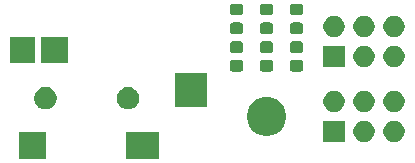
<source format=gbr>
G04 #@! TF.GenerationSoftware,KiCad,Pcbnew,(5.1.5)-3*
G04 #@! TF.CreationDate,2020-03-24T14:08:44+01:00*
G04 #@! TF.ProjectId,RiserBoard,52697365-7242-46f6-9172-642e6b696361,v0.0*
G04 #@! TF.SameCoordinates,Original*
G04 #@! TF.FileFunction,Soldermask,Top*
G04 #@! TF.FilePolarity,Negative*
%FSLAX46Y46*%
G04 Gerber Fmt 4.6, Leading zero omitted, Abs format (unit mm)*
G04 Created by KiCad (PCBNEW (5.1.5)-3) date 2020-03-24 14:08:44*
%MOMM*%
%LPD*%
G04 APERTURE LIST*
%ADD10C,0.100000*%
G04 APERTURE END LIST*
D10*
G36*
X139466000Y-96906500D02*
G01*
X136664000Y-96906500D01*
X136664000Y-94704500D01*
X139466000Y-94704500D01*
X139466000Y-96906500D01*
G37*
G36*
X129916000Y-96906500D02*
G01*
X127614000Y-96906500D01*
X127614000Y-94704500D01*
X129916000Y-94704500D01*
X129916000Y-96906500D01*
G37*
G36*
X159498512Y-93718927D02*
G01*
X159647812Y-93748624D01*
X159811784Y-93816544D01*
X159959354Y-93915147D01*
X160084853Y-94040646D01*
X160183456Y-94188216D01*
X160251376Y-94352188D01*
X160286000Y-94526259D01*
X160286000Y-94703741D01*
X160251376Y-94877812D01*
X160183456Y-95041784D01*
X160084853Y-95189354D01*
X159959354Y-95314853D01*
X159811784Y-95413456D01*
X159647812Y-95481376D01*
X159498512Y-95511073D01*
X159473742Y-95516000D01*
X159296258Y-95516000D01*
X159271488Y-95511073D01*
X159122188Y-95481376D01*
X158958216Y-95413456D01*
X158810646Y-95314853D01*
X158685147Y-95189354D01*
X158586544Y-95041784D01*
X158518624Y-94877812D01*
X158484000Y-94703741D01*
X158484000Y-94526259D01*
X158518624Y-94352188D01*
X158586544Y-94188216D01*
X158685147Y-94040646D01*
X158810646Y-93915147D01*
X158958216Y-93816544D01*
X159122188Y-93748624D01*
X159271488Y-93718927D01*
X159296258Y-93714000D01*
X159473742Y-93714000D01*
X159498512Y-93718927D01*
G37*
G36*
X156958512Y-93718927D02*
G01*
X157107812Y-93748624D01*
X157271784Y-93816544D01*
X157419354Y-93915147D01*
X157544853Y-94040646D01*
X157643456Y-94188216D01*
X157711376Y-94352188D01*
X157746000Y-94526259D01*
X157746000Y-94703741D01*
X157711376Y-94877812D01*
X157643456Y-95041784D01*
X157544853Y-95189354D01*
X157419354Y-95314853D01*
X157271784Y-95413456D01*
X157107812Y-95481376D01*
X156958512Y-95511073D01*
X156933742Y-95516000D01*
X156756258Y-95516000D01*
X156731488Y-95511073D01*
X156582188Y-95481376D01*
X156418216Y-95413456D01*
X156270646Y-95314853D01*
X156145147Y-95189354D01*
X156046544Y-95041784D01*
X155978624Y-94877812D01*
X155944000Y-94703741D01*
X155944000Y-94526259D01*
X155978624Y-94352188D01*
X156046544Y-94188216D01*
X156145147Y-94040646D01*
X156270646Y-93915147D01*
X156418216Y-93816544D01*
X156582188Y-93748624D01*
X156731488Y-93718927D01*
X156756258Y-93714000D01*
X156933742Y-93714000D01*
X156958512Y-93718927D01*
G37*
G36*
X155206000Y-95516000D02*
G01*
X153404000Y-95516000D01*
X153404000Y-93714000D01*
X155206000Y-93714000D01*
X155206000Y-95516000D01*
G37*
G36*
X148965256Y-91736298D02*
G01*
X149071579Y-91757447D01*
X149372042Y-91881903D01*
X149642451Y-92062585D01*
X149872415Y-92292549D01*
X150053097Y-92562958D01*
X150177553Y-92863421D01*
X150241000Y-93182391D01*
X150241000Y-93507609D01*
X150177553Y-93826579D01*
X150053097Y-94127042D01*
X149872415Y-94397451D01*
X149642451Y-94627415D01*
X149372042Y-94808097D01*
X149071579Y-94932553D01*
X148965256Y-94953702D01*
X148752611Y-94996000D01*
X148427389Y-94996000D01*
X148214744Y-94953702D01*
X148108421Y-94932553D01*
X147807958Y-94808097D01*
X147537549Y-94627415D01*
X147307585Y-94397451D01*
X147126903Y-94127042D01*
X147002447Y-93826579D01*
X146939000Y-93507609D01*
X146939000Y-93182391D01*
X147002447Y-92863421D01*
X147126903Y-92562958D01*
X147307585Y-92292549D01*
X147537549Y-92062585D01*
X147807958Y-91881903D01*
X148108421Y-91757447D01*
X148214744Y-91736298D01*
X148427389Y-91694000D01*
X148752611Y-91694000D01*
X148965256Y-91736298D01*
G37*
G36*
X156958512Y-91178927D02*
G01*
X157107812Y-91208624D01*
X157271784Y-91276544D01*
X157419354Y-91375147D01*
X157544853Y-91500646D01*
X157643456Y-91648216D01*
X157711376Y-91812188D01*
X157746000Y-91986259D01*
X157746000Y-92163741D01*
X157711376Y-92337812D01*
X157643456Y-92501784D01*
X157544853Y-92649354D01*
X157419354Y-92774853D01*
X157271784Y-92873456D01*
X157107812Y-92941376D01*
X156958512Y-92971073D01*
X156933742Y-92976000D01*
X156756258Y-92976000D01*
X156731488Y-92971073D01*
X156582188Y-92941376D01*
X156418216Y-92873456D01*
X156270646Y-92774853D01*
X156145147Y-92649354D01*
X156046544Y-92501784D01*
X155978624Y-92337812D01*
X155944000Y-92163741D01*
X155944000Y-91986259D01*
X155978624Y-91812188D01*
X156046544Y-91648216D01*
X156145147Y-91500646D01*
X156270646Y-91375147D01*
X156418216Y-91276544D01*
X156582188Y-91208624D01*
X156731488Y-91178927D01*
X156756258Y-91174000D01*
X156933742Y-91174000D01*
X156958512Y-91178927D01*
G37*
G36*
X154418512Y-91178927D02*
G01*
X154567812Y-91208624D01*
X154731784Y-91276544D01*
X154879354Y-91375147D01*
X155004853Y-91500646D01*
X155103456Y-91648216D01*
X155171376Y-91812188D01*
X155206000Y-91986259D01*
X155206000Y-92163741D01*
X155171376Y-92337812D01*
X155103456Y-92501784D01*
X155004853Y-92649354D01*
X154879354Y-92774853D01*
X154731784Y-92873456D01*
X154567812Y-92941376D01*
X154418512Y-92971073D01*
X154393742Y-92976000D01*
X154216258Y-92976000D01*
X154191488Y-92971073D01*
X154042188Y-92941376D01*
X153878216Y-92873456D01*
X153730646Y-92774853D01*
X153605147Y-92649354D01*
X153506544Y-92501784D01*
X153438624Y-92337812D01*
X153404000Y-92163741D01*
X153404000Y-91986259D01*
X153438624Y-91812188D01*
X153506544Y-91648216D01*
X153605147Y-91500646D01*
X153730646Y-91375147D01*
X153878216Y-91276544D01*
X154042188Y-91208624D01*
X154191488Y-91178927D01*
X154216258Y-91174000D01*
X154393742Y-91174000D01*
X154418512Y-91178927D01*
G37*
G36*
X159498512Y-91178927D02*
G01*
X159647812Y-91208624D01*
X159811784Y-91276544D01*
X159959354Y-91375147D01*
X160084853Y-91500646D01*
X160183456Y-91648216D01*
X160251376Y-91812188D01*
X160286000Y-91986259D01*
X160286000Y-92163741D01*
X160251376Y-92337812D01*
X160183456Y-92501784D01*
X160084853Y-92649354D01*
X159959354Y-92774853D01*
X159811784Y-92873456D01*
X159647812Y-92941376D01*
X159498512Y-92971073D01*
X159473742Y-92976000D01*
X159296258Y-92976000D01*
X159271488Y-92971073D01*
X159122188Y-92941376D01*
X158958216Y-92873456D01*
X158810646Y-92774853D01*
X158685147Y-92649354D01*
X158586544Y-92501784D01*
X158518624Y-92337812D01*
X158484000Y-92163741D01*
X158484000Y-91986259D01*
X158518624Y-91812188D01*
X158586544Y-91648216D01*
X158685147Y-91500646D01*
X158810646Y-91375147D01*
X158958216Y-91276544D01*
X159122188Y-91208624D01*
X159271488Y-91178927D01*
X159296258Y-91174000D01*
X159473742Y-91174000D01*
X159498512Y-91178927D01*
G37*
G36*
X130142395Y-90891046D02*
G01*
X130315466Y-90962734D01*
X130315467Y-90962735D01*
X130471227Y-91066810D01*
X130603690Y-91199273D01*
X130655321Y-91276544D01*
X130707766Y-91355034D01*
X130779454Y-91528105D01*
X130816000Y-91711833D01*
X130816000Y-91899167D01*
X130779454Y-92082895D01*
X130707766Y-92255966D01*
X130656081Y-92333318D01*
X130603690Y-92411727D01*
X130471227Y-92544190D01*
X130392818Y-92596581D01*
X130315466Y-92648266D01*
X130142395Y-92719954D01*
X129958667Y-92756500D01*
X129771333Y-92756500D01*
X129587605Y-92719954D01*
X129414534Y-92648266D01*
X129337182Y-92596581D01*
X129258773Y-92544190D01*
X129126310Y-92411727D01*
X129073919Y-92333318D01*
X129022234Y-92255966D01*
X128950546Y-92082895D01*
X128914000Y-91899167D01*
X128914000Y-91711833D01*
X128950546Y-91528105D01*
X129022234Y-91355034D01*
X129074679Y-91276544D01*
X129126310Y-91199273D01*
X129258773Y-91066810D01*
X129414533Y-90962735D01*
X129414534Y-90962734D01*
X129587605Y-90891046D01*
X129771333Y-90854500D01*
X129958667Y-90854500D01*
X130142395Y-90891046D01*
G37*
G36*
X137142395Y-90891046D02*
G01*
X137315466Y-90962734D01*
X137315467Y-90962735D01*
X137471227Y-91066810D01*
X137603690Y-91199273D01*
X137655321Y-91276544D01*
X137707766Y-91355034D01*
X137779454Y-91528105D01*
X137816000Y-91711833D01*
X137816000Y-91899167D01*
X137779454Y-92082895D01*
X137707766Y-92255966D01*
X137656081Y-92333318D01*
X137603690Y-92411727D01*
X137471227Y-92544190D01*
X137392818Y-92596581D01*
X137315466Y-92648266D01*
X137142395Y-92719954D01*
X136958667Y-92756500D01*
X136771333Y-92756500D01*
X136587605Y-92719954D01*
X136414534Y-92648266D01*
X136337182Y-92596581D01*
X136258773Y-92544190D01*
X136126310Y-92411727D01*
X136073919Y-92333318D01*
X136022234Y-92255966D01*
X135950546Y-92082895D01*
X135914000Y-91899167D01*
X135914000Y-91711833D01*
X135950546Y-91528105D01*
X136022234Y-91355034D01*
X136074679Y-91276544D01*
X136126310Y-91199273D01*
X136258773Y-91066810D01*
X136414533Y-90962735D01*
X136414534Y-90962734D01*
X136587605Y-90891046D01*
X136771333Y-90854500D01*
X136958667Y-90854500D01*
X137142395Y-90891046D01*
G37*
G36*
X143516000Y-92506500D02*
G01*
X140814000Y-92506500D01*
X140814000Y-89704500D01*
X143516000Y-89704500D01*
X143516000Y-92506500D01*
G37*
G36*
X151509591Y-88568085D02*
G01*
X151543569Y-88578393D01*
X151574890Y-88595134D01*
X151602339Y-88617661D01*
X151624866Y-88645110D01*
X151641607Y-88676431D01*
X151651915Y-88710409D01*
X151656000Y-88751890D01*
X151656000Y-89353110D01*
X151651915Y-89394591D01*
X151641607Y-89428569D01*
X151624866Y-89459890D01*
X151602339Y-89487339D01*
X151574890Y-89509866D01*
X151543569Y-89526607D01*
X151509591Y-89536915D01*
X151468110Y-89541000D01*
X150791890Y-89541000D01*
X150750409Y-89536915D01*
X150716431Y-89526607D01*
X150685110Y-89509866D01*
X150657661Y-89487339D01*
X150635134Y-89459890D01*
X150618393Y-89428569D01*
X150608085Y-89394591D01*
X150604000Y-89353110D01*
X150604000Y-88751890D01*
X150608085Y-88710409D01*
X150618393Y-88676431D01*
X150635134Y-88645110D01*
X150657661Y-88617661D01*
X150685110Y-88595134D01*
X150716431Y-88578393D01*
X150750409Y-88568085D01*
X150791890Y-88564000D01*
X151468110Y-88564000D01*
X151509591Y-88568085D01*
G37*
G36*
X148969591Y-88568085D02*
G01*
X149003569Y-88578393D01*
X149034890Y-88595134D01*
X149062339Y-88617661D01*
X149084866Y-88645110D01*
X149101607Y-88676431D01*
X149111915Y-88710409D01*
X149116000Y-88751890D01*
X149116000Y-89353110D01*
X149111915Y-89394591D01*
X149101607Y-89428569D01*
X149084866Y-89459890D01*
X149062339Y-89487339D01*
X149034890Y-89509866D01*
X149003569Y-89526607D01*
X148969591Y-89536915D01*
X148928110Y-89541000D01*
X148251890Y-89541000D01*
X148210409Y-89536915D01*
X148176431Y-89526607D01*
X148145110Y-89509866D01*
X148117661Y-89487339D01*
X148095134Y-89459890D01*
X148078393Y-89428569D01*
X148068085Y-89394591D01*
X148064000Y-89353110D01*
X148064000Y-88751890D01*
X148068085Y-88710409D01*
X148078393Y-88676431D01*
X148095134Y-88645110D01*
X148117661Y-88617661D01*
X148145110Y-88595134D01*
X148176431Y-88578393D01*
X148210409Y-88568085D01*
X148251890Y-88564000D01*
X148928110Y-88564000D01*
X148969591Y-88568085D01*
G37*
G36*
X146429591Y-88568085D02*
G01*
X146463569Y-88578393D01*
X146494890Y-88595134D01*
X146522339Y-88617661D01*
X146544866Y-88645110D01*
X146561607Y-88676431D01*
X146571915Y-88710409D01*
X146576000Y-88751890D01*
X146576000Y-89353110D01*
X146571915Y-89394591D01*
X146561607Y-89428569D01*
X146544866Y-89459890D01*
X146522339Y-89487339D01*
X146494890Y-89509866D01*
X146463569Y-89526607D01*
X146429591Y-89536915D01*
X146388110Y-89541000D01*
X145711890Y-89541000D01*
X145670409Y-89536915D01*
X145636431Y-89526607D01*
X145605110Y-89509866D01*
X145577661Y-89487339D01*
X145555134Y-89459890D01*
X145538393Y-89428569D01*
X145528085Y-89394591D01*
X145524000Y-89353110D01*
X145524000Y-88751890D01*
X145528085Y-88710409D01*
X145538393Y-88676431D01*
X145555134Y-88645110D01*
X145577661Y-88617661D01*
X145605110Y-88595134D01*
X145636431Y-88578393D01*
X145670409Y-88568085D01*
X145711890Y-88564000D01*
X146388110Y-88564000D01*
X146429591Y-88568085D01*
G37*
G36*
X155206000Y-89166000D02*
G01*
X153404000Y-89166000D01*
X153404000Y-87364000D01*
X155206000Y-87364000D01*
X155206000Y-89166000D01*
G37*
G36*
X156958512Y-87368927D02*
G01*
X157107812Y-87398624D01*
X157271784Y-87466544D01*
X157419354Y-87565147D01*
X157544853Y-87690646D01*
X157643456Y-87838216D01*
X157711376Y-88002188D01*
X157746000Y-88176259D01*
X157746000Y-88353741D01*
X157711376Y-88527812D01*
X157643456Y-88691784D01*
X157544853Y-88839354D01*
X157419354Y-88964853D01*
X157271784Y-89063456D01*
X157107812Y-89131376D01*
X156958512Y-89161073D01*
X156933742Y-89166000D01*
X156756258Y-89166000D01*
X156731488Y-89161073D01*
X156582188Y-89131376D01*
X156418216Y-89063456D01*
X156270646Y-88964853D01*
X156145147Y-88839354D01*
X156046544Y-88691784D01*
X155978624Y-88527812D01*
X155944000Y-88353741D01*
X155944000Y-88176259D01*
X155978624Y-88002188D01*
X156046544Y-87838216D01*
X156145147Y-87690646D01*
X156270646Y-87565147D01*
X156418216Y-87466544D01*
X156582188Y-87398624D01*
X156731488Y-87368927D01*
X156756258Y-87364000D01*
X156933742Y-87364000D01*
X156958512Y-87368927D01*
G37*
G36*
X159498512Y-87368927D02*
G01*
X159647812Y-87398624D01*
X159811784Y-87466544D01*
X159959354Y-87565147D01*
X160084853Y-87690646D01*
X160183456Y-87838216D01*
X160251376Y-88002188D01*
X160286000Y-88176259D01*
X160286000Y-88353741D01*
X160251376Y-88527812D01*
X160183456Y-88691784D01*
X160084853Y-88839354D01*
X159959354Y-88964853D01*
X159811784Y-89063456D01*
X159647812Y-89131376D01*
X159498512Y-89161073D01*
X159473742Y-89166000D01*
X159296258Y-89166000D01*
X159271488Y-89161073D01*
X159122188Y-89131376D01*
X158958216Y-89063456D01*
X158810646Y-88964853D01*
X158685147Y-88839354D01*
X158586544Y-88691784D01*
X158518624Y-88527812D01*
X158484000Y-88353741D01*
X158484000Y-88176259D01*
X158518624Y-88002188D01*
X158586544Y-87838216D01*
X158685147Y-87690646D01*
X158810646Y-87565147D01*
X158958216Y-87466544D01*
X159122188Y-87398624D01*
X159271488Y-87368927D01*
X159296258Y-87364000D01*
X159473742Y-87364000D01*
X159498512Y-87368927D01*
G37*
G36*
X131816000Y-88806500D02*
G01*
X129514000Y-88806500D01*
X129514000Y-86604500D01*
X131816000Y-86604500D01*
X131816000Y-88806500D01*
G37*
G36*
X129016000Y-88806500D02*
G01*
X126914000Y-88806500D01*
X126914000Y-86604500D01*
X129016000Y-86604500D01*
X129016000Y-88806500D01*
G37*
G36*
X151509591Y-86993085D02*
G01*
X151543569Y-87003393D01*
X151574890Y-87020134D01*
X151602339Y-87042661D01*
X151624866Y-87070110D01*
X151641607Y-87101431D01*
X151651915Y-87135409D01*
X151656000Y-87176890D01*
X151656000Y-87778110D01*
X151651915Y-87819591D01*
X151641607Y-87853569D01*
X151624866Y-87884890D01*
X151602339Y-87912339D01*
X151574890Y-87934866D01*
X151543569Y-87951607D01*
X151509591Y-87961915D01*
X151468110Y-87966000D01*
X150791890Y-87966000D01*
X150750409Y-87961915D01*
X150716431Y-87951607D01*
X150685110Y-87934866D01*
X150657661Y-87912339D01*
X150635134Y-87884890D01*
X150618393Y-87853569D01*
X150608085Y-87819591D01*
X150604000Y-87778110D01*
X150604000Y-87176890D01*
X150608085Y-87135409D01*
X150618393Y-87101431D01*
X150635134Y-87070110D01*
X150657661Y-87042661D01*
X150685110Y-87020134D01*
X150716431Y-87003393D01*
X150750409Y-86993085D01*
X150791890Y-86989000D01*
X151468110Y-86989000D01*
X151509591Y-86993085D01*
G37*
G36*
X148969591Y-86993085D02*
G01*
X149003569Y-87003393D01*
X149034890Y-87020134D01*
X149062339Y-87042661D01*
X149084866Y-87070110D01*
X149101607Y-87101431D01*
X149111915Y-87135409D01*
X149116000Y-87176890D01*
X149116000Y-87778110D01*
X149111915Y-87819591D01*
X149101607Y-87853569D01*
X149084866Y-87884890D01*
X149062339Y-87912339D01*
X149034890Y-87934866D01*
X149003569Y-87951607D01*
X148969591Y-87961915D01*
X148928110Y-87966000D01*
X148251890Y-87966000D01*
X148210409Y-87961915D01*
X148176431Y-87951607D01*
X148145110Y-87934866D01*
X148117661Y-87912339D01*
X148095134Y-87884890D01*
X148078393Y-87853569D01*
X148068085Y-87819591D01*
X148064000Y-87778110D01*
X148064000Y-87176890D01*
X148068085Y-87135409D01*
X148078393Y-87101431D01*
X148095134Y-87070110D01*
X148117661Y-87042661D01*
X148145110Y-87020134D01*
X148176431Y-87003393D01*
X148210409Y-86993085D01*
X148251890Y-86989000D01*
X148928110Y-86989000D01*
X148969591Y-86993085D01*
G37*
G36*
X146429591Y-86993085D02*
G01*
X146463569Y-87003393D01*
X146494890Y-87020134D01*
X146522339Y-87042661D01*
X146544866Y-87070110D01*
X146561607Y-87101431D01*
X146571915Y-87135409D01*
X146576000Y-87176890D01*
X146576000Y-87778110D01*
X146571915Y-87819591D01*
X146561607Y-87853569D01*
X146544866Y-87884890D01*
X146522339Y-87912339D01*
X146494890Y-87934866D01*
X146463569Y-87951607D01*
X146429591Y-87961915D01*
X146388110Y-87966000D01*
X145711890Y-87966000D01*
X145670409Y-87961915D01*
X145636431Y-87951607D01*
X145605110Y-87934866D01*
X145577661Y-87912339D01*
X145555134Y-87884890D01*
X145538393Y-87853569D01*
X145528085Y-87819591D01*
X145524000Y-87778110D01*
X145524000Y-87176890D01*
X145528085Y-87135409D01*
X145538393Y-87101431D01*
X145555134Y-87070110D01*
X145577661Y-87042661D01*
X145605110Y-87020134D01*
X145636431Y-87003393D01*
X145670409Y-86993085D01*
X145711890Y-86989000D01*
X146388110Y-86989000D01*
X146429591Y-86993085D01*
G37*
G36*
X156958512Y-84828927D02*
G01*
X157107812Y-84858624D01*
X157271784Y-84926544D01*
X157419354Y-85025147D01*
X157544853Y-85150646D01*
X157643456Y-85298216D01*
X157711376Y-85462188D01*
X157734191Y-85576890D01*
X157745402Y-85633250D01*
X157746000Y-85636259D01*
X157746000Y-85813741D01*
X157711376Y-85987812D01*
X157643456Y-86151784D01*
X157544853Y-86299354D01*
X157419354Y-86424853D01*
X157271784Y-86523456D01*
X157107812Y-86591376D01*
X156958512Y-86621073D01*
X156933742Y-86626000D01*
X156756258Y-86626000D01*
X156731488Y-86621073D01*
X156582188Y-86591376D01*
X156418216Y-86523456D01*
X156270646Y-86424853D01*
X156145147Y-86299354D01*
X156046544Y-86151784D01*
X155978624Y-85987812D01*
X155944000Y-85813741D01*
X155944000Y-85636259D01*
X155944599Y-85633250D01*
X155955809Y-85576890D01*
X155978624Y-85462188D01*
X156046544Y-85298216D01*
X156145147Y-85150646D01*
X156270646Y-85025147D01*
X156418216Y-84926544D01*
X156582188Y-84858624D01*
X156731488Y-84828927D01*
X156756258Y-84824000D01*
X156933742Y-84824000D01*
X156958512Y-84828927D01*
G37*
G36*
X154418512Y-84828927D02*
G01*
X154567812Y-84858624D01*
X154731784Y-84926544D01*
X154879354Y-85025147D01*
X155004853Y-85150646D01*
X155103456Y-85298216D01*
X155171376Y-85462188D01*
X155194191Y-85576890D01*
X155205402Y-85633250D01*
X155206000Y-85636259D01*
X155206000Y-85813741D01*
X155171376Y-85987812D01*
X155103456Y-86151784D01*
X155004853Y-86299354D01*
X154879354Y-86424853D01*
X154731784Y-86523456D01*
X154567812Y-86591376D01*
X154418512Y-86621073D01*
X154393742Y-86626000D01*
X154216258Y-86626000D01*
X154191488Y-86621073D01*
X154042188Y-86591376D01*
X153878216Y-86523456D01*
X153730646Y-86424853D01*
X153605147Y-86299354D01*
X153506544Y-86151784D01*
X153438624Y-85987812D01*
X153404000Y-85813741D01*
X153404000Y-85636259D01*
X153404599Y-85633250D01*
X153415809Y-85576890D01*
X153438624Y-85462188D01*
X153506544Y-85298216D01*
X153605147Y-85150646D01*
X153730646Y-85025147D01*
X153878216Y-84926544D01*
X154042188Y-84858624D01*
X154191488Y-84828927D01*
X154216258Y-84824000D01*
X154393742Y-84824000D01*
X154418512Y-84828927D01*
G37*
G36*
X159498512Y-84828927D02*
G01*
X159647812Y-84858624D01*
X159811784Y-84926544D01*
X159959354Y-85025147D01*
X160084853Y-85150646D01*
X160183456Y-85298216D01*
X160251376Y-85462188D01*
X160274191Y-85576890D01*
X160285402Y-85633250D01*
X160286000Y-85636259D01*
X160286000Y-85813741D01*
X160251376Y-85987812D01*
X160183456Y-86151784D01*
X160084853Y-86299354D01*
X159959354Y-86424853D01*
X159811784Y-86523456D01*
X159647812Y-86591376D01*
X159498512Y-86621073D01*
X159473742Y-86626000D01*
X159296258Y-86626000D01*
X159271488Y-86621073D01*
X159122188Y-86591376D01*
X158958216Y-86523456D01*
X158810646Y-86424853D01*
X158685147Y-86299354D01*
X158586544Y-86151784D01*
X158518624Y-85987812D01*
X158484000Y-85813741D01*
X158484000Y-85636259D01*
X158484599Y-85633250D01*
X158495809Y-85576890D01*
X158518624Y-85462188D01*
X158586544Y-85298216D01*
X158685147Y-85150646D01*
X158810646Y-85025147D01*
X158958216Y-84926544D01*
X159122188Y-84858624D01*
X159271488Y-84828927D01*
X159296258Y-84824000D01*
X159473742Y-84824000D01*
X159498512Y-84828927D01*
G37*
G36*
X146429591Y-85393085D02*
G01*
X146463569Y-85403393D01*
X146494890Y-85420134D01*
X146522339Y-85442661D01*
X146544866Y-85470110D01*
X146561607Y-85501431D01*
X146571915Y-85535409D01*
X146576000Y-85576890D01*
X146576000Y-86178110D01*
X146571915Y-86219591D01*
X146561607Y-86253569D01*
X146544866Y-86284890D01*
X146522339Y-86312339D01*
X146494890Y-86334866D01*
X146463569Y-86351607D01*
X146429591Y-86361915D01*
X146388110Y-86366000D01*
X145711890Y-86366000D01*
X145670409Y-86361915D01*
X145636431Y-86351607D01*
X145605110Y-86334866D01*
X145577661Y-86312339D01*
X145555134Y-86284890D01*
X145538393Y-86253569D01*
X145528085Y-86219591D01*
X145524000Y-86178110D01*
X145524000Y-85576890D01*
X145528085Y-85535409D01*
X145538393Y-85501431D01*
X145555134Y-85470110D01*
X145577661Y-85442661D01*
X145605110Y-85420134D01*
X145636431Y-85403393D01*
X145670409Y-85393085D01*
X145711890Y-85389000D01*
X146388110Y-85389000D01*
X146429591Y-85393085D01*
G37*
G36*
X148969591Y-85393085D02*
G01*
X149003569Y-85403393D01*
X149034890Y-85420134D01*
X149062339Y-85442661D01*
X149084866Y-85470110D01*
X149101607Y-85501431D01*
X149111915Y-85535409D01*
X149116000Y-85576890D01*
X149116000Y-86178110D01*
X149111915Y-86219591D01*
X149101607Y-86253569D01*
X149084866Y-86284890D01*
X149062339Y-86312339D01*
X149034890Y-86334866D01*
X149003569Y-86351607D01*
X148969591Y-86361915D01*
X148928110Y-86366000D01*
X148251890Y-86366000D01*
X148210409Y-86361915D01*
X148176431Y-86351607D01*
X148145110Y-86334866D01*
X148117661Y-86312339D01*
X148095134Y-86284890D01*
X148078393Y-86253569D01*
X148068085Y-86219591D01*
X148064000Y-86178110D01*
X148064000Y-85576890D01*
X148068085Y-85535409D01*
X148078393Y-85501431D01*
X148095134Y-85470110D01*
X148117661Y-85442661D01*
X148145110Y-85420134D01*
X148176431Y-85403393D01*
X148210409Y-85393085D01*
X148251890Y-85389000D01*
X148928110Y-85389000D01*
X148969591Y-85393085D01*
G37*
G36*
X151509591Y-85393085D02*
G01*
X151543569Y-85403393D01*
X151574890Y-85420134D01*
X151602339Y-85442661D01*
X151624866Y-85470110D01*
X151641607Y-85501431D01*
X151651915Y-85535409D01*
X151656000Y-85576890D01*
X151656000Y-86178110D01*
X151651915Y-86219591D01*
X151641607Y-86253569D01*
X151624866Y-86284890D01*
X151602339Y-86312339D01*
X151574890Y-86334866D01*
X151543569Y-86351607D01*
X151509591Y-86361915D01*
X151468110Y-86366000D01*
X150791890Y-86366000D01*
X150750409Y-86361915D01*
X150716431Y-86351607D01*
X150685110Y-86334866D01*
X150657661Y-86312339D01*
X150635134Y-86284890D01*
X150618393Y-86253569D01*
X150608085Y-86219591D01*
X150604000Y-86178110D01*
X150604000Y-85576890D01*
X150608085Y-85535409D01*
X150618393Y-85501431D01*
X150635134Y-85470110D01*
X150657661Y-85442661D01*
X150685110Y-85420134D01*
X150716431Y-85403393D01*
X150750409Y-85393085D01*
X150791890Y-85389000D01*
X151468110Y-85389000D01*
X151509591Y-85393085D01*
G37*
G36*
X146429591Y-83818085D02*
G01*
X146463569Y-83828393D01*
X146494890Y-83845134D01*
X146522339Y-83867661D01*
X146544866Y-83895110D01*
X146561607Y-83926431D01*
X146571915Y-83960409D01*
X146576000Y-84001890D01*
X146576000Y-84603110D01*
X146571915Y-84644591D01*
X146561607Y-84678569D01*
X146544866Y-84709890D01*
X146522339Y-84737339D01*
X146494890Y-84759866D01*
X146463569Y-84776607D01*
X146429591Y-84786915D01*
X146388110Y-84791000D01*
X145711890Y-84791000D01*
X145670409Y-84786915D01*
X145636431Y-84776607D01*
X145605110Y-84759866D01*
X145577661Y-84737339D01*
X145555134Y-84709890D01*
X145538393Y-84678569D01*
X145528085Y-84644591D01*
X145524000Y-84603110D01*
X145524000Y-84001890D01*
X145528085Y-83960409D01*
X145538393Y-83926431D01*
X145555134Y-83895110D01*
X145577661Y-83867661D01*
X145605110Y-83845134D01*
X145636431Y-83828393D01*
X145670409Y-83818085D01*
X145711890Y-83814000D01*
X146388110Y-83814000D01*
X146429591Y-83818085D01*
G37*
G36*
X148969591Y-83818085D02*
G01*
X149003569Y-83828393D01*
X149034890Y-83845134D01*
X149062339Y-83867661D01*
X149084866Y-83895110D01*
X149101607Y-83926431D01*
X149111915Y-83960409D01*
X149116000Y-84001890D01*
X149116000Y-84603110D01*
X149111915Y-84644591D01*
X149101607Y-84678569D01*
X149084866Y-84709890D01*
X149062339Y-84737339D01*
X149034890Y-84759866D01*
X149003569Y-84776607D01*
X148969591Y-84786915D01*
X148928110Y-84791000D01*
X148251890Y-84791000D01*
X148210409Y-84786915D01*
X148176431Y-84776607D01*
X148145110Y-84759866D01*
X148117661Y-84737339D01*
X148095134Y-84709890D01*
X148078393Y-84678569D01*
X148068085Y-84644591D01*
X148064000Y-84603110D01*
X148064000Y-84001890D01*
X148068085Y-83960409D01*
X148078393Y-83926431D01*
X148095134Y-83895110D01*
X148117661Y-83867661D01*
X148145110Y-83845134D01*
X148176431Y-83828393D01*
X148210409Y-83818085D01*
X148251890Y-83814000D01*
X148928110Y-83814000D01*
X148969591Y-83818085D01*
G37*
G36*
X151509591Y-83818085D02*
G01*
X151543569Y-83828393D01*
X151574890Y-83845134D01*
X151602339Y-83867661D01*
X151624866Y-83895110D01*
X151641607Y-83926431D01*
X151651915Y-83960409D01*
X151656000Y-84001890D01*
X151656000Y-84603110D01*
X151651915Y-84644591D01*
X151641607Y-84678569D01*
X151624866Y-84709890D01*
X151602339Y-84737339D01*
X151574890Y-84759866D01*
X151543569Y-84776607D01*
X151509591Y-84786915D01*
X151468110Y-84791000D01*
X150791890Y-84791000D01*
X150750409Y-84786915D01*
X150716431Y-84776607D01*
X150685110Y-84759866D01*
X150657661Y-84737339D01*
X150635134Y-84709890D01*
X150618393Y-84678569D01*
X150608085Y-84644591D01*
X150604000Y-84603110D01*
X150604000Y-84001890D01*
X150608085Y-83960409D01*
X150618393Y-83926431D01*
X150635134Y-83895110D01*
X150657661Y-83867661D01*
X150685110Y-83845134D01*
X150716431Y-83828393D01*
X150750409Y-83818085D01*
X150791890Y-83814000D01*
X151468110Y-83814000D01*
X151509591Y-83818085D01*
G37*
M02*

</source>
